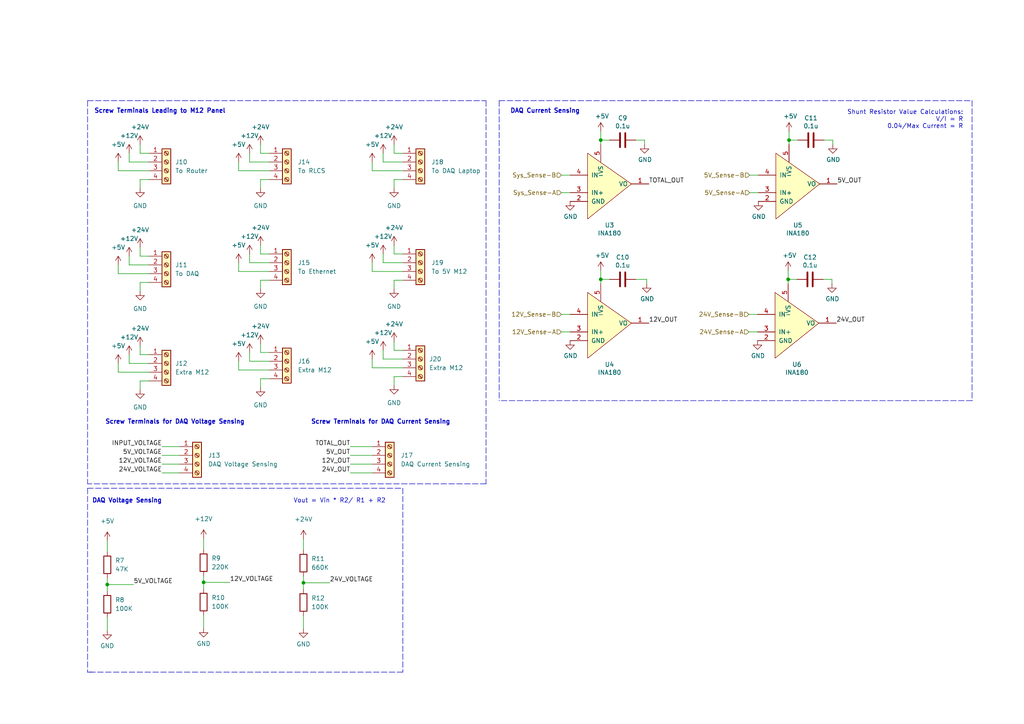
<source format=kicad_sch>
(kicad_sch (version 20211123) (generator eeschema)
  (paper "A4")
  (lib_symbols
    (symbol "Connector:Screw_Terminal_01x04" (pin_names (offset 1.016) hide)
      (property "Reference" "J" (at 0 5.08 0))
      (property "Value" "Screw_Terminal_01x04" (at 0 -7.62 0))
      (symbol "Screw_Terminal_01x04_1_1"
        (rectangle (start -1.27 3.81) (end 1.27 -6.35) (stroke (width 0.254)) (fill (type background)))
        (circle (center 0 -5.08) (radius 0.635) (stroke (width 0.1524)))
        (circle (center 0 -2.54) (radius 0.635) (stroke (width 0.1524)))
        (polyline (pts (xy -0.5334 -4.7498) (xy 0.3302 -5.588)) (stroke (width 0.1524)))
        (polyline (pts (xy -0.5334 -2.2098) (xy 0.3302 -3.048)) (stroke (width 0.1524)))
        (polyline (pts (xy -0.5334 0.3302) (xy 0.3302 -0.508)) (stroke (width 0.1524)))
        (polyline (pts (xy -0.5334 2.8702) (xy 0.3302 2.032)) (stroke (width 0.1524)))
        (polyline (pts (xy -0.3556 -4.572) (xy 0.508 -5.4102)) (stroke (width 0.1524)))
        (polyline (pts (xy -0.3556 -2.032) (xy 0.508 -2.8702)) (stroke (width 0.1524)))
        (polyline (pts (xy -0.3556 0.508) (xy 0.508 -0.3302)) (stroke (width 0.1524)))
        (polyline (pts (xy -0.3556 3.048) (xy 0.508 2.2098)) (stroke (width 0.1524)))
        (circle (center 0 0) (radius 0.635) (stroke (width 0.1524)))
        (circle (center 0 2.54) (radius 0.635) (stroke (width 0.1524)))
        (pin passive line (at -5.08 2.54 0) (length 3.81) (name "Pin_1") (number "1"))
        (pin passive line (at -5.08 0 0) (length 3.81) (name "Pin_2") (number "2"))
        (pin passive line (at -5.08 -2.54 0) (length 3.81) (name "Pin_3") (number "3"))
        (pin passive line (at -5.08 -5.08 0) (length 3.81) (name "Pin_4") (number "4"))
      )
    )
    (symbol "Device:C" (pin_numbers hide) (pin_names (offset 0.254))
      (property "Reference" "C" (at 0.635 2.54 0))
      (property "Value" "C" (at 0.635 -2.54 0))
      (symbol "C_0_1"
        (polyline (pts (xy -2.032 -0.762) (xy 2.032 -0.762)) (stroke (width 0.508)))
        (polyline (pts (xy -2.032 0.762) (xy 2.032 0.762)) (stroke (width 0.508)))
      )
      (symbol "C_1_1"
        (pin passive line (at 0 3.81 270) (length 2.794) (name "~") (number "1"))
        (pin passive line (at 0 -3.81 90) (length 2.794) (name "~") (number "2"))
      )
    )
    (symbol "Device:R" (pin_numbers hide) (pin_names (offset 0))
      (property "Reference" "R" (at 2.032 0 90))
      (property "Value" "R" (at 0 0 90))
      (symbol "R_0_1"
        (rectangle (start -1.016 -2.54) (end 1.016 2.54) (stroke (width 0.254)))
      )
      (symbol "R_1_1"
        (pin passive line (at 0 3.81 270) (length 1.27) (name "~") (number "1"))
        (pin passive line (at 0 -3.81 90) (length 1.27) (name "~") (number "2"))
      )
    )
    (symbol "canhw:INA180" (pin_names (offset 1.016))
      (property "Reference" "U" (at -5.08 13.97 0))
      (property "Value" "INA180" (at -11.43 15.24 0))
      (symbol "INA180_0_1"
        (polyline (pts (xy 5.08 0) (xy -7.62 8.89)))
        (polyline (pts (xy -7.62 8.89) (xy -7.62 -10.16) (xy 5.08 0)) (fill (type background)))
      )
      (symbol "INA180_1_1"
        (pin output line (at 10.16 0 180) (length 5.08) (name "VO") (number "1"))
        (pin power_in line (at -12.7 -5.08 0) (length 5.08) (name "GND") (number "2"))
        (pin input line (at -12.7 -2.54 0) (length 5.08) (name "IN+") (number "3"))
        (pin input line (at -12.7 2.54 0) (length 5.08) (name "IN-") (number "4"))
        (pin power_in line (at -3.81 11.43 270) (length 5.08) (name "VS") (number "5"))
      )
    )
    (symbol "power:+12V" (power) (pin_names (offset 0))
      (property "Value" "+12V" (at 0 3.556 0))
      (symbol "+12V_0_1"
        (polyline (pts (xy -0.762 1.27) (xy 0 2.54)))
        (polyline (pts (xy 0 0) (xy 0 2.54)))
        (polyline (pts (xy 0 2.54) (xy 0.762 1.27)))
      )
      (symbol "+12V_1_1"
        (pin power_in line (at 0 0 90) (length 0) hide (name "+12V") (number "1"))
      )
    )
    (symbol "power:+24V" (power) (pin_names (offset 0))
      (property "Value" "+24V" (at 0 3.556 0))
      (symbol "+24V_0_1"
        (polyline (pts (xy -0.762 1.27) (xy 0 2.54)))
        (polyline (pts (xy 0 0) (xy 0 2.54)))
        (polyline (pts (xy 0 2.54) (xy 0.762 1.27)))
      )
      (symbol "+24V_1_1"
        (pin power_in line (at 0 0 90) (length 0) hide (name "+24V") (number "1"))
      )
    )
    (symbol "power:+5V" (power) (pin_names (offset 0))
      (property "Value" "+5V" (at 0 3.556 0))
      (symbol "+5V_0_1"
        (polyline (pts (xy -0.762 1.27) (xy 0 2.54)))
        (polyline (pts (xy 0 0) (xy 0 2.54)))
        (polyline (pts (xy 0 2.54) (xy 0.762 1.27)))
      )
      (symbol "+5V_1_1"
        (pin power_in line (at 0 0 90) (length 0) hide (name "+5V") (number "1"))
      )
    )
    (symbol "power:GND" (power) (pin_names (offset 0))
      (property "Value" "GND" (at 0 -3.81 0))
      (symbol "GND_0_1"
        (polyline (pts (xy 0 0) (xy 0 -1.27) (xy 1.27 -1.27) (xy 0 -2.54) (xy -1.27 -1.27) (xy 0 -1.27)))
      )
      (symbol "GND_1_1"
        (pin power_in line (at 0 0 270) (length 0) hide (name "GND") (number "1"))
      )
    )
  )
  (junction (at 31.115 169.545))
  (junction (at 228.6 81.026))
  (junction (at 174.244 81.026))
  (junction (at 174.244 40.64))
  (junction (at 88.011 169.037))
  (junction (at 59.055 168.91))
  (junction (at 228.854 40.64))
  (wire (pts (xy 101.6 132.08) (xy 107.95 132.08)))
  (wire (pts (xy 238.76 81.026) (xy 241.3 81.026)))
  (wire (pts (xy 43.18 110.49) (xy 40.64 110.49)))
  (wire (pts (xy 40.64 71.755) (xy 40.64 74.295)))
  (wire (pts (xy 75.565 52.07) (xy 75.565 54.61)))
  (wire (pts (xy 43.18 46.99) (xy 37.465 46.99)))
  (wire (pts (xy 40.64 100.33) (xy 40.64 102.87)))
  (polyline (pts (xy 140.97 140.335) (xy 25.4 140.335)))
  (wire (pts (xy 43.18 49.53) (xy 34.29 49.53)))
  (wire (pts (xy 43.18 79.375) (xy 34.29 79.375)))
  (wire (pts (xy 174.244 40.64) (xy 176.784 40.64)))
  (wire (pts (xy 111.125 73.66) (xy 111.125 76.2)))
  (wire (pts (xy 101.6 137.16) (xy 107.95 137.16)))
  (wire (pts (xy 78.105 49.53) (xy 69.215 49.53)))
  (wire (pts (xy 59.055 167.005) (xy 59.055 168.91)))
  (wire (pts (xy 46.99 137.16) (xy 52.07 137.16)))
  (wire (pts (xy 75.565 41.91) (xy 75.565 44.45)))
  (polyline (pts (xy 25.4 141.605) (xy 116.84 141.605)))
  (wire (pts (xy 174.244 41.91) (xy 174.244 40.64)))
  (wire (pts (xy 111.125 101.6) (xy 111.125 104.14)))
  (wire (pts (xy 37.465 102.87) (xy 37.465 105.41)))
  (polyline (pts (xy 25.4 29.21) (xy 25.4 140.335)))
  (wire (pts (xy 184.404 81.026) (xy 187.579 81.026)))
  (polyline (pts (xy 144.78 29.21) (xy 281.94 29.21)))
  (wire (pts (xy 46.99 129.54) (xy 52.07 129.54)))
  (wire (pts (xy 116.84 104.14) (xy 111.125 104.14)))
  (wire (pts (xy 107.95 104.14) (xy 107.95 106.68)))
  (wire (pts (xy 75.565 109.855) (xy 75.565 112.395)))
  (wire (pts (xy 228.6 82.296) (xy 228.6 81.026)))
  (wire (pts (xy 239.014 40.64) (xy 241.554 40.64)))
  (wire (pts (xy 88.011 156.337) (xy 88.011 159.512)))
  (wire (pts (xy 43.18 81.915) (xy 40.64 81.915)))
  (polyline (pts (xy 140.97 29.21) (xy 140.97 140.335)))
  (polyline (pts (xy 25.4 29.21) (xy 140.97 29.21)))
  (wire (pts (xy 217.424 50.8) (xy 219.964 50.8)))
  (wire (pts (xy 78.105 78.74) (xy 69.215 78.74)))
  (wire (pts (xy 43.18 102.87) (xy 40.64 102.87)))
  (wire (pts (xy 228.854 41.91) (xy 228.854 40.64)))
  (wire (pts (xy 184.404 40.64) (xy 186.944 40.64)))
  (wire (pts (xy 69.215 104.775) (xy 69.215 107.315)))
  (wire (pts (xy 59.055 168.91) (xy 59.055 170.815)))
  (wire (pts (xy 43.18 107.95) (xy 34.29 107.95)))
  (wire (pts (xy 116.84 78.74) (xy 107.95 78.74)))
  (wire (pts (xy 116.84 52.07) (xy 114.3 52.07)))
  (wire (pts (xy 186.944 40.64) (xy 186.944 41.91)))
  (wire (pts (xy 75.565 71.12) (xy 75.565 73.66)))
  (wire (pts (xy 116.84 106.68) (xy 107.95 106.68)))
  (wire (pts (xy 40.64 81.915) (xy 40.64 84.455)))
  (wire (pts (xy 116.84 81.28) (xy 114.3 81.28)))
  (wire (pts (xy 187.579 81.026) (xy 187.579 82.296)))
  (wire (pts (xy 241.554 40.64) (xy 241.554 41.91)))
  (polyline (pts (xy 116.84 194.945) (xy 25.4 194.945)))
  (wire (pts (xy 40.64 52.07) (xy 40.64 54.61)))
  (wire (pts (xy 69.215 46.99) (xy 69.215 49.53)))
  (wire (pts (xy 114.3 52.07) (xy 114.3 54.61)))
  (wire (pts (xy 78.105 81.28) (xy 75.565 81.28)))
  (wire (pts (xy 162.814 96.266) (xy 165.354 96.266)))
  (wire (pts (xy 78.105 107.315) (xy 69.215 107.315)))
  (wire (pts (xy 34.29 76.835) (xy 34.29 79.375)))
  (wire (pts (xy 228.854 40.64) (xy 228.854 38.1)))
  (wire (pts (xy 75.565 81.28) (xy 75.565 83.82)))
  (wire (pts (xy 78.105 109.855) (xy 75.565 109.855)))
  (wire (pts (xy 59.055 168.91) (xy 66.675 168.91)))
  (wire (pts (xy 37.465 74.295) (xy 37.465 76.835)))
  (polyline (pts (xy 25.4 141.605) (xy 25.4 194.945)))
  (wire (pts (xy 114.3 41.91) (xy 114.3 44.45)))
  (wire (pts (xy 78.105 73.66) (xy 75.565 73.66)))
  (wire (pts (xy 69.215 76.2) (xy 69.215 78.74)))
  (wire (pts (xy 78.105 102.235) (xy 75.565 102.235)))
  (wire (pts (xy 46.99 134.62) (xy 52.07 134.62)))
  (wire (pts (xy 43.18 44.45) (xy 40.64 44.45)))
  (wire (pts (xy 114.3 99.06) (xy 114.3 101.6)))
  (wire (pts (xy 116.84 76.2) (xy 111.125 76.2)))
  (wire (pts (xy 107.95 46.99) (xy 107.95 49.53)))
  (wire (pts (xy 78.105 52.07) (xy 75.565 52.07)))
  (wire (pts (xy 37.465 44.45) (xy 37.465 46.99)))
  (wire (pts (xy 217.17 96.266) (xy 219.71 96.266)))
  (wire (pts (xy 59.055 178.435) (xy 59.055 182.245)))
  (wire (pts (xy 174.244 82.296) (xy 174.244 81.026)))
  (wire (pts (xy 78.105 46.99) (xy 72.39 46.99)))
  (polyline (pts (xy 116.84 141.605) (xy 116.84 194.945)))
  (wire (pts (xy 162.814 50.8) (xy 165.354 50.8)))
  (wire (pts (xy 116.84 101.6) (xy 114.3 101.6)))
  (wire (pts (xy 114.3 81.28) (xy 114.3 83.82)))
  (wire (pts (xy 72.39 44.45) (xy 72.39 46.99)))
  (wire (pts (xy 40.64 110.49) (xy 40.64 113.03)))
  (polyline (pts (xy 281.94 29.21) (xy 281.94 116.205)))
  (wire (pts (xy 40.64 41.91) (xy 40.64 44.45)))
  (wire (pts (xy 162.814 91.186) (xy 165.354 91.186)))
  (wire (pts (xy 116.84 44.45) (xy 114.3 44.45)))
  (wire (pts (xy 88.011 178.562) (xy 88.011 182.372)))
  (wire (pts (xy 114.3 71.12) (xy 114.3 73.66)))
  (wire (pts (xy 174.244 40.64) (xy 174.244 38.1)))
  (wire (pts (xy 88.011 169.037) (xy 88.011 170.942)))
  (wire (pts (xy 46.99 132.08) (xy 52.07 132.08)))
  (wire (pts (xy 75.565 99.695) (xy 75.565 102.235)))
  (polyline (pts (xy 25.4 194.945) (xy 26.67 194.945)))
  (wire (pts (xy 43.18 76.835) (xy 37.465 76.835)))
  (wire (pts (xy 241.3 81.026) (xy 241.3 82.296)))
  (wire (pts (xy 114.3 109.22) (xy 114.3 111.76)))
  (wire (pts (xy 72.39 102.235) (xy 72.39 104.775)))
  (wire (pts (xy 116.84 73.66) (xy 114.3 73.66)))
  (polyline (pts (xy 281.94 116.205) (xy 144.78 116.205)))
  (wire (pts (xy 78.105 76.2) (xy 72.39 76.2)))
  (wire (pts (xy 31.115 179.07) (xy 31.115 182.88)))
  (wire (pts (xy 174.244 81.026) (xy 174.244 78.486)))
  (wire (pts (xy 174.244 81.026) (xy 176.784 81.026)))
  (wire (pts (xy 107.95 134.62) (xy 101.6 134.62)))
  (wire (pts (xy 107.95 76.2) (xy 107.95 78.74)))
  (wire (pts (xy 228.854 40.64) (xy 231.394 40.64)))
  (wire (pts (xy 116.84 49.53) (xy 107.95 49.53)))
  (wire (pts (xy 43.18 52.07) (xy 40.64 52.07)))
  (wire (pts (xy 116.84 109.22) (xy 114.3 109.22)))
  (wire (pts (xy 101.6 129.54) (xy 107.95 129.54)))
  (wire (pts (xy 31.115 169.545) (xy 38.735 169.545)))
  (wire (pts (xy 72.39 73.66) (xy 72.39 76.2)))
  (wire (pts (xy 228.6 81.026) (xy 228.6 78.486)))
  (wire (pts (xy 88.011 169.037) (xy 95.631 169.037)))
  (wire (pts (xy 31.115 169.545) (xy 31.115 171.45)))
  (wire (pts (xy 217.424 55.88) (xy 219.964 55.88)))
  (wire (pts (xy 78.105 44.45) (xy 75.565 44.45)))
  (wire (pts (xy 34.29 46.99) (xy 34.29 49.53)))
  (wire (pts (xy 116.84 46.99) (xy 111.125 46.99)))
  (wire (pts (xy 217.17 91.186) (xy 219.71 91.186)))
  (wire (pts (xy 78.105 104.775) (xy 72.39 104.775)))
  (wire (pts (xy 43.18 105.41) (xy 37.465 105.41)))
  (wire (pts (xy 59.055 156.21) (xy 59.055 159.385)))
  (wire (pts (xy 43.18 74.295) (xy 40.64 74.295)))
  (wire (pts (xy 31.115 156.845) (xy 31.115 160.02)))
  (wire (pts (xy 228.6 81.026) (xy 231.14 81.026)))
  (wire (pts (xy 31.115 167.64) (xy 31.115 169.545)))
  (wire (pts (xy 34.29 105.41) (xy 34.29 107.95)))
  (wire (pts (xy 111.125 44.45) (xy 111.125 46.99)))
  (polyline (pts (xy 144.78 29.21) (xy 144.78 116.205)))
  (wire (pts (xy 88.011 167.132) (xy 88.011 169.037)))
  (wire (pts (xy 162.814 55.88) (xy 165.354 55.88)))
  (text "Shunt Resistor Value Calculations:\nV/I = R\n0.04/Max Current = R" (at 279.4 37.465 180) (effects (font (size 1.27 1.27)) (justify right bottom)))
  (text "Screw Terminals for DAQ Current Sensing" (at 90.17 123.19 0) (effects (font (size 1.27 1.27) (thickness 0.254) bold) (justify left bottom)))
  (text "DAQ Voltage Sensing\n" (at 26.67 146.05 0) (effects (font (size 1.27 1.27) (thickness 0.254) bold) (justify left bottom)))
  (text "DAQ Current Sensing\n" (at 147.955 33.02 0) (effects (font (size 1.27 1.27) (thickness 0.254) bold) (justify left bottom)))
  (text "Screw Terminals Leading to M12 Panel\n" (at 27.305 33.02 0) (effects (font (size 1.27 1.27) (thickness 0.254) bold) (justify left bottom)))
  (text "Screw Terminals for DAQ Voltage Sensing" (at 30.48 123.19 0) (effects (font (size 1.27 1.27) (thickness 0.254) bold) (justify left bottom)))
  (text "Vout = Vin * R2/ R1 + R2\n" (at 85.09 146.05 0) (effects (font (size 1.27 1.27)) (justify left bottom)))
  (label "5V_OUT" (at 101.6 132.08 180))
  (label "24V_OUT" (at 242.57 93.726 0))
  (label "5V_VOLTAGE" (at 38.735 169.545 0))
  (label "5V_OUT" (at 242.824 53.34 0))
  (label "12V_OUT" (at 188.214 93.726 0))
  (label "5V_VOLTAGE" (at 46.99 132.08 180))
  (label "24V_VOLTAGE" (at 95.631 169.037 0))
  (label "24V_VOLTAGE" (at 46.99 137.16 180))
  (label "TOTAL_OUT" (at 188.214 53.34 0))
  (label "TOTAL_OUT" (at 101.6 129.54 180))
  (label "12V_VOLTAGE" (at 46.99 134.62 180))
  (label "12V_VOLTAGE" (at 66.675 168.91 0))
  (label "INPUT_VOLTAGE" (at 46.99 129.54 180))
  (label "12V_OUT" (at 101.6 134.62 180))
  (label "24V_OUT" (at 101.6 137.16 180))
  (hierarchical_label "Sys_Sense-A" (shape input) (at 162.814 55.88 180))
  (hierarchical_label "5V_Sense-B" (shape input) (at 217.424 50.8 180))
  (hierarchical_label "5V_Sense-A" (shape input) (at 217.424 55.88 180))
  (hierarchical_label "24V_Sense-A" (shape input) (at 217.17 96.266 180))
  (hierarchical_label "Sys_Sense-B" (shape input) (at 162.814 50.8 180))
  (hierarchical_label "12V_Sense-B" (shape input) (at 162.814 91.186 180))
  (hierarchical_label "12V_Sense-A" (shape input) (at 162.814 96.266 180))
  (hierarchical_label "24V_Sense-B" (shape input) (at 217.17 91.186 180))
  (symbol (lib_id "power:GND") (at 241.554 41.91 0) (unit 1)
    (property "Reference" "#PWR0147" (effects hide))
    (property "Value" "GND" (at 241.681 46.3042 0))
  )
  (symbol (lib_id "Device:R") (at 88.011 174.752 0) (unit 1)
    (property "Reference" "R12" (at 90.297 173.4819 0) (effects (justify left)))
    (property "Value" "100K" (at 90.297 176.0219 0) (effects (justify left)))
  )
  (symbol (lib_id "power:+24V") (at 75.565 99.695 0) (unit 1)
    (property "Reference" "#PWR0128" (effects hide))
    (property "Value" "+24V" (at 75.565 94.615 0))
  )
  (symbol (lib_id "Connector:Screw_Terminal_01x04") (at 121.92 46.99 0) (unit 1)
    (property "Reference" "J18" (at 125.095 46.9899 0) (effects (justify left)))
    (property "Value" "To DAQ Laptop" (at 125.095 49.5299 0) (effects (justify left)))
  )
  (symbol (lib_id "power:GND") (at 114.3 54.61 0) (unit 1)
    (property "Reference" "#PWR0137" (effects hide))
    (property "Value" "GND" (at 114.3 59.69 0))
  )
  (symbol (lib_id "Connector:Screw_Terminal_01x04") (at 48.26 46.99 0) (unit 1)
    (property "Reference" "J10" (at 50.8 46.9899 0) (effects (justify left)))
    (property "Value" "To Router" (at 50.8 49.5299 0) (effects (justify left)))
  )
  (symbol (lib_id "power:+5V") (at 174.244 38.1 0) (unit 1)
    (property "Reference" "#PWR0143" (effects hide))
    (property "Value" "+5V" (at 174.625 33.7058 0))
  )
  (symbol (lib_id "power:GND") (at 219.964 58.42 0) (unit 1)
    (property "Reference" "#PWR0146" (effects hide))
    (property "Value" "GND" (at 220.091 62.8142 0))
  )
  (symbol (lib_id "power:GND") (at 75.565 54.61 0) (unit 1)
    (property "Reference" "#PWR0111" (effects hide))
    (property "Value" "GND" (at 75.565 59.69 0))
  )
  (symbol (lib_id "Connector:Screw_Terminal_01x04") (at 48.26 76.835 0) (unit 1)
    (property "Reference" "J11" (at 50.8 76.8349 0) (effects (justify left)))
    (property "Value" "To DAQ" (at 50.8 79.3749 0) (effects (justify left)))
  )
  (symbol (lib_id "power:GND") (at 219.71 98.806 0) (unit 1)
    (property "Reference" "#PWR0149" (effects hide))
    (property "Value" "GND" (at 219.837 103.2002 0))
  )
  (symbol (lib_id "power:GND") (at 75.565 83.82 0) (unit 1)
    (property "Reference" "#PWR0122" (effects hide))
    (property "Value" "GND" (at 75.565 88.9 0))
  )
  (symbol (lib_id "Connector:Screw_Terminal_01x04") (at 48.26 105.41 0) (unit 1)
    (property "Reference" "J12" (at 50.8 105.4099 0) (effects (justify left)))
    (property "Value" "Extra M12" (at 50.8 107.9499 0) (effects (justify left)))
  )
  (symbol (lib_id "power:GND") (at 40.64 54.61 0) (unit 1)
    (property "Reference" "#PWR0107" (effects hide))
    (property "Value" "GND" (at 40.64 59.69 0))
  )
  (symbol (lib_id "canhw:INA180") (at 178.054 93.726 0) (unit 1)
    (property "Reference" "U4" (at 176.784 105.7148 0))
    (property "Value" "INA180" (at 176.784 108.0262 0))
    (property "Footprint" "Package_TO_SOT_SMD:SOT-23-5_HandSoldering" (effects hide))
  )
  (symbol (lib_id "power:GND") (at 186.944 41.91 0) (unit 1)
    (property "Reference" "#PWR0142" (effects hide))
    (property "Value" "GND" (at 187.071 46.3042 0))
  )
  (symbol (lib_id "Device:C") (at 180.594 40.64 270) (unit 1)
    (property "Reference" "C9" (at 180.594 34.2392 90))
    (property "Value" "0.1u" (at 180.594 36.5506 90))
    (property "Footprint" "Capacitor_SMD:C_0805_2012Metric_Pad1.15x1.40mm_HandSolder" (effects hide))
  )
  (symbol (lib_id "power:+5V") (at 69.215 104.775 0) (unit 1)
    (property "Reference" "#PWR0127" (effects hide))
    (property "Value" "+5V" (at 69.215 99.695 0))
  )
  (symbol (lib_id "Device:R") (at 31.115 163.83 0) (unit 1)
    (property "Reference" "R7" (at 33.401 162.5599 0) (effects (justify left)))
    (property "Value" "47K" (at 33.401 165.0999 0) (effects (justify left)))
  )
  (symbol (lib_id "Device:R") (at 31.115 175.26 0) (unit 1)
    (property "Reference" "R8" (at 33.401 173.9899 0) (effects (justify left)))
    (property "Value" "100K" (at 33.401 176.5299 0) (effects (justify left)))
  )
  (symbol (lib_id "canhw:INA180") (at 232.664 53.34 0) (unit 1)
    (property "Reference" "U5" (at 231.394 65.3288 0))
    (property "Value" "INA180" (at 231.394 67.6402 0))
    (property "Footprint" "Package_TO_SOT_SMD:SOT-23-5_HandSoldering" (effects hide))
  )
  (symbol (lib_id "power:+12V") (at 72.39 102.235 0) (unit 1)
    (property "Reference" "#PWR0126" (effects hide))
    (property "Value" "+12V" (at 72.39 97.155 0))
  )
  (symbol (lib_id "power:GND") (at 31.115 182.88 0) (unit 1)
    (property "Reference" "#PWR0103" (effects hide))
    (property "Value" "GND" (at 31.115 187.325 0))
  )
  (symbol (lib_id "canhw:INA180") (at 178.054 53.34 0) (unit 1)
    (property "Reference" "U3" (at 176.784 65.3288 0))
    (property "Value" "INA180" (at 176.784 67.6402 0))
    (property "Footprint" "Package_TO_SOT_SMD:SOT-23-5_HandSoldering" (effects hide))
  )
  (symbol (lib_id "power:+5V") (at 228.6 78.486 0) (unit 1)
    (property "Reference" "#PWR0152" (effects hide))
    (property "Value" "+5V" (at 228.981 74.0918 0))
  )
  (symbol (lib_id "power:GND") (at 75.565 112.395 0) (unit 1)
    (property "Reference" "#PWR0131" (effects hide))
    (property "Value" "GND" (at 75.565 117.475 0))
  )
  (symbol (lib_id "power:+12V") (at 111.125 44.45 0) (unit 1)
    (property "Reference" "#PWR0136" (effects hide))
    (property "Value" "+12V" (at 111.125 39.37 0))
  )
  (symbol (lib_id "power:GND") (at 88.011 182.372 0) (unit 1)
    (property "Reference" "#PWR0121" (effects hide))
    (property "Value" "GND" (at 88.011 186.817 0))
  )
  (symbol (lib_id "Connector:Screw_Terminal_01x04") (at 113.03 132.08 0) (unit 1)
    (property "Reference" "J17" (at 116.205 132.0799 0) (effects (justify left)))
    (property "Value" "DAQ Current Sensing" (at 116.205 134.6199 0) (effects (justify left)))
  )
  (symbol (lib_id "Connector:Screw_Terminal_01x04") (at 83.185 46.99 0) (unit 1)
    (property "Reference" "J14" (at 86.36 46.9899 0) (effects (justify left)))
    (property "Value" "To RLCS" (at 86.36 49.5299 0) (effects (justify left)))
  )
  (symbol (lib_id "power:+24V") (at 88.011 156.337 0) (unit 1)
    (property "Reference" "#PWR0118" (effects hide))
    (property "Value" "+24V" (at 88.011 150.622 0))
  )
  (symbol (lib_id "power:+24V") (at 75.565 71.12 0) (unit 1)
    (property "Reference" "#PWR0116" (effects hide))
    (property "Value" "+24V" (at 75.565 66.04 0))
  )
  (symbol (lib_id "power:GND") (at 187.579 82.296 0) (unit 1)
    (property "Reference" "#PWR0154" (effects hide))
    (property "Value" "GND" (at 187.706 86.6902 0))
  )
  (symbol (lib_id "power:+5V") (at 69.215 46.99 0) (unit 1)
    (property "Reference" "#PWR0108" (effects hide))
    (property "Value" "+5V" (at 69.215 41.91 0))
  )
  (symbol (lib_id "power:+12V") (at 37.465 44.45 0) (unit 1)
    (property "Reference" "#PWR0113" (effects hide))
    (property "Value" "+12V" (at 37.465 39.37 0))
  )
  (symbol (lib_id "power:GND") (at 241.3 82.296 0) (unit 1)
    (property "Reference" "#PWR0150" (effects hide))
    (property "Value" "GND" (at 241.427 86.6902 0))
  )
  (symbol (lib_id "power:GND") (at 165.354 98.806 0) (unit 1)
    (property "Reference" "#PWR0153" (effects hide))
    (property "Value" "GND" (at 165.481 103.2002 0))
  )
  (symbol (lib_id "power:+12V") (at 111.125 101.6 0) (unit 1)
    (property "Reference" "#PWR0141" (effects hide))
    (property "Value" "+12V" (at 111.125 96.52 0))
  )
  (symbol (lib_id "power:+5V") (at 31.115 156.845 0) (unit 1)
    (property "Reference" "#PWR0105" (effects hide))
    (property "Value" "+5V" (at 31.115 151.13 0))
  )
  (symbol (lib_id "power:+5V") (at 34.29 105.41 0) (unit 1)
    (property "Reference" "#PWR0125" (effects hide))
    (property "Value" "+5V" (at 34.29 100.33 0))
  )
  (symbol (lib_id "Device:R") (at 88.011 163.322 0) (unit 1)
    (property "Reference" "R11" (at 90.297 162.0519 0) (effects (justify left)))
    (property "Value" "660K" (at 90.297 164.5919 0) (effects (justify left)))
  )
  (symbol (lib_id "power:GND") (at 40.64 113.03 0) (unit 1)
    (property "Reference" "#PWR0129" (effects hide))
    (property "Value" "GND" (at 40.64 118.11 0))
  )
  (symbol (lib_id "Connector:Screw_Terminal_01x04") (at 83.185 104.775 0) (unit 1)
    (property "Reference" "J16" (at 86.36 104.7749 0) (effects (justify left)))
    (property "Value" "Extra M12" (at 86.36 107.3149 0) (effects (justify left)))
  )
  (symbol (lib_id "power:+12V") (at 72.39 73.66 0) (unit 1)
    (property "Reference" "#PWR0117" (effects hide))
    (property "Value" "+12V" (at 72.39 68.58 0))
  )
  (symbol (lib_id "power:+24V") (at 40.64 71.755 0) (unit 1)
    (property "Reference" "#PWR0106" (effects hide))
    (property "Value" "+24V" (at 40.64 66.675 0))
  )
  (symbol (lib_id "Connector:Screw_Terminal_01x04") (at 121.92 104.14 0) (unit 1)
    (property "Reference" "J20" (at 124.46 104.1399 0) (effects (justify left)))
    (property "Value" "Extra M12" (at 124.46 106.6799 0) (effects (justify left)))
  )
  (symbol (lib_id "power:+5V") (at 69.215 76.2 0) (unit 1)
    (property "Reference" "#PWR0115" (effects hide))
    (property "Value" "+5V" (at 69.215 71.12 0))
  )
  (symbol (lib_id "power:+12V") (at 37.465 74.295 0) (unit 1)
    (property "Reference" "#PWR0123" (effects hide))
    (property "Value" "+12V" (at 37.465 69.215 0))
  )
  (symbol (lib_id "Connector:Screw_Terminal_01x04") (at 121.92 76.2 0) (unit 1)
    (property "Reference" "J19" (at 125.095 76.1999 0) (effects (justify left)))
    (property "Value" "To 5V M12" (at 125.095 78.7399 0) (effects (justify left)))
  )
  (symbol (lib_id "Connector:Screw_Terminal_01x04") (at 57.15 132.08 0) (unit 1)
    (property "Reference" "J13" (at 60.325 132.0799 0) (effects (justify left)))
    (property "Value" "DAQ Voltage Sensing" (at 60.325 134.6199 0) (effects (justify left)))
  )
  (symbol (lib_id "power:+12V") (at 111.125 73.66 0) (unit 1)
    (property "Reference" "#PWR0160" (effects hide))
    (property "Value" "+12V" (at 111.125 68.58 0))
  )
  (symbol (lib_id "power:+24V") (at 40.64 41.91 0) (unit 1)
    (property "Reference" "#PWR0112" (effects hide))
    (property "Value" "+24V" (at 40.64 36.83 0))
  )
  (symbol (lib_id "Device:C") (at 180.594 81.026 270) (unit 1)
    (property "Reference" "C10" (at 180.594 74.6252 90))
    (property "Value" "0.1u" (at 180.594 76.9366 90))
    (property "Footprint" "Capacitor_SMD:C_0805_2012Metric_Pad1.15x1.40mm_HandSolder" (effects hide))
  )
  (symbol (lib_id "power:GND") (at 59.055 182.245 0) (unit 1)
    (property "Reference" "#PWR0120" (effects hide))
    (property "Value" "GND" (at 59.055 186.69 0))
  )
  (symbol (lib_id "power:+5V") (at 174.244 78.486 0) (unit 1)
    (property "Reference" "#PWR0155" (effects hide))
    (property "Value" "+5V" (at 174.625 74.0918 0))
  )
  (symbol (lib_id "power:+24V") (at 40.64 100.33 0) (unit 1)
    (property "Reference" "#PWR0132" (effects hide))
    (property "Value" "+24V" (at 40.64 95.25 0))
  )
  (symbol (lib_id "power:GND") (at 114.3 111.76 0) (unit 1)
    (property "Reference" "#PWR0158" (effects hide))
    (property "Value" "GND" (at 114.3 116.84 0))
  )
  (symbol (lib_id "power:+24V") (at 75.565 41.91 0) (unit 1)
    (property "Reference" "#PWR0109" (effects hide))
    (property "Value" "+24V" (at 75.565 36.83 0))
  )
  (symbol (lib_id "power:+12V") (at 37.465 102.87 0) (unit 1)
    (property "Reference" "#PWR0124" (effects hide))
    (property "Value" "+12V" (at 37.465 97.79 0))
  )
  (symbol (lib_id "power:GND") (at 165.354 58.42 0) (unit 1)
    (property "Reference" "#PWR0156" (effects hide))
    (property "Value" "GND" (at 165.481 62.8142 0))
  )
  (symbol (lib_id "power:+24V") (at 114.3 41.91 0) (unit 1)
    (property "Reference" "#PWR0135" (effects hide))
    (property "Value" "+24V" (at 114.3 36.83 0))
  )
  (symbol (lib_id "Connector:Screw_Terminal_01x04") (at 83.185 76.2 0) (unit 1)
    (property "Reference" "J15" (at 86.36 76.1999 0) (effects (justify left)))
    (property "Value" "To Ethernet" (at 86.36 78.7399 0) (effects (justify left)))
  )
  (symbol (lib_id "power:+5V") (at 228.854 38.1 0) (unit 1)
    (property "Reference" "#PWR0148" (effects hide))
    (property "Value" "+5V" (at 229.235 33.7058 0))
  )
  (symbol (lib_id "power:+5V") (at 34.29 46.99 0) (unit 1)
    (property "Reference" "#PWR0114" (effects hide))
    (property "Value" "+5V" (at 34.29 41.91 0))
  )
  (symbol (lib_id "power:GND") (at 40.64 84.455 0) (unit 1)
    (property "Reference" "#PWR0133" (effects hide))
    (property "Value" "GND" (at 40.64 89.535 0))
  )
  (symbol (lib_id "power:+12V") (at 59.055 156.21 0) (unit 1)
    (property "Reference" "#PWR0119" (effects hide))
    (property "Value" "+12V" (at 59.055 150.495 0))
  )
  (symbol (lib_id "power:+24V") (at 114.3 99.06 0) (unit 1)
    (property "Reference" "#PWR0140" (effects hide))
    (property "Value" "+24V" (at 114.3 93.98 0))
  )
  (symbol (lib_id "Device:R") (at 59.055 163.195 0) (unit 1)
    (property "Reference" "R9" (at 61.341 161.9249 0) (effects (justify left)))
    (property "Value" "220K" (at 61.341 164.4649 0) (effects (justify left)))
  )
  (symbol (lib_id "power:+5V") (at 107.95 104.14 0) (unit 1)
    (property "Reference" "#PWR0159" (effects hide))
    (property "Value" "+5V" (at 107.95 99.06 0))
  )
  (symbol (lib_id "power:+24V") (at 114.3 71.12 0) (unit 1)
    (property "Reference" "#PWR0138" (effects hide))
    (property "Value" "+24V" (at 114.3 66.04 0))
  )
  (symbol (lib_id "canhw:INA180") (at 232.41 93.726 0) (unit 1)
    (property "Reference" "U6" (at 231.14 105.7148 0))
    (property "Value" "INA180" (at 231.14 108.0262 0))
    (property "Footprint" "Package_TO_SOT_SMD:SOT-23-5_HandSoldering" (effects hide))
  )
  (symbol (lib_id "Device:C") (at 234.95 81.026 270) (unit 1)
    (property "Reference" "C12" (at 234.95 74.6252 90))
    (property "Value" "0.1u" (at 234.95 76.9366 90))
    (property "Footprint" "Capacitor_SMD:C_0805_2012Metric_Pad1.15x1.40mm_HandSolder" (effects hide))
  )
  (symbol (lib_id "power:GND") (at 114.3 83.82 0) (unit 1)
    (property "Reference" "#PWR0139" (effects hide))
    (property "Value" "GND" (at 114.3 88.9 0))
  )
  (symbol (lib_id "power:+5V") (at 34.29 76.835 0) (unit 1)
    (property "Reference" "#PWR0130" (effects hide))
    (property "Value" "+5V" (at 34.29 71.755 0))
  )
  (symbol (lib_id "power:+5V") (at 107.95 76.2 0) (unit 1)
    (property "Reference" "#PWR0161" (effects hide))
    (property "Value" "+5V" (at 107.95 71.12 0))
  )
  (symbol (lib_id "power:+12V") (at 72.39 44.45 0) (unit 1)
    (property "Reference" "#PWR0110" (effects hide))
    (property "Value" "+12V" (at 72.39 39.37 0))
  )
  (symbol (lib_id "power:+5V") (at 107.95 46.99 0) (unit 1)
    (property "Reference" "#PWR0134" (effects hide))
    (property "Value" "+5V" (at 107.95 41.91 0))
  )
  (symbol (lib_id "Device:C") (at 235.204 40.64 270) (unit 1)
    (property "Reference" "C11" (at 235.204 34.2392 90))
    (property "Value" "0.1u" (at 235.204 36.5506 90))
    (property "Footprint" "Capacitor_SMD:C_0805_2012Metric_Pad1.15x1.40mm_HandSolder" (effects hide))
  )
  (symbol (lib_id "Device:R") (at 59.055 174.625 0) (unit 1)
    (property "Reference" "R10" (at 61.341 173.3549 0) (effects (justify left)))
    (property "Value" "100K" (at 61.341 175.8949 0) (effects (justify left)))
  )
)
</source>
